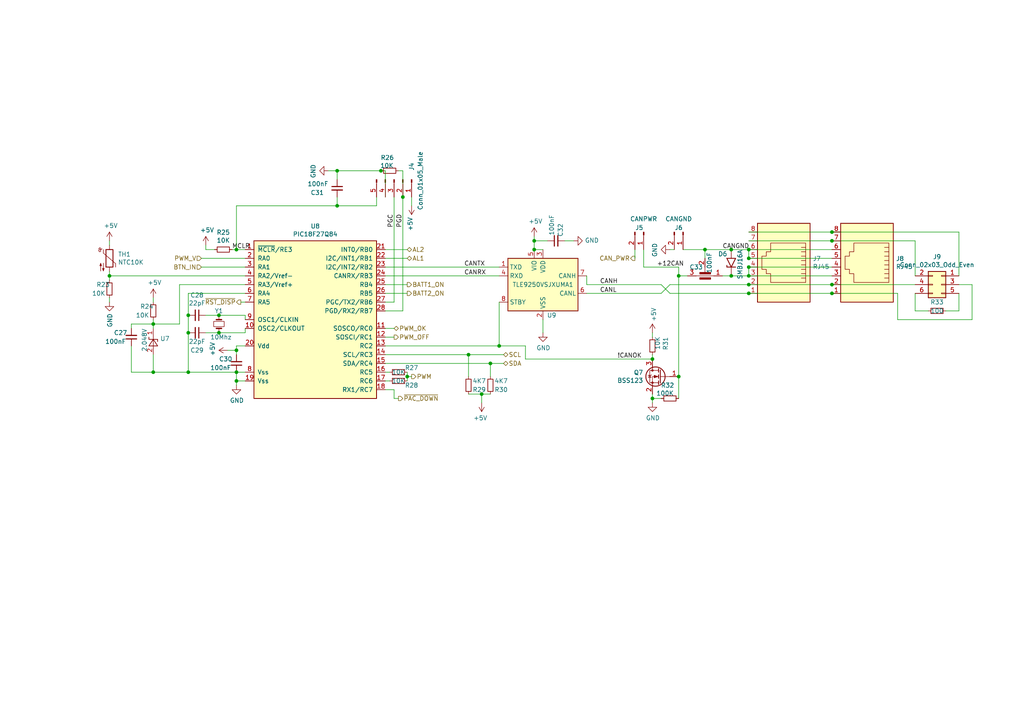
<source format=kicad_sch>
(kicad_sch (version 20211123) (generator eeschema)
  (paper "A4")
  (lib_symbols
    (symbol "Connector:Conn_01x02_Male" (pin_names (offset 1.016) hide)
      (property "Reference" "J" (at 0 2.54 0))
      (property "Value" "Conn_01x02_Male" (at 0 -5.08 0))
      (symbol "Conn_01x02_Male_1_1"
        (polyline (pts (xy 1.27 -2.54) (xy 0.8636 -2.54)) (stroke (width 0.1524)))
        (polyline (pts (xy 1.27 0) (xy 0.8636 0)) (stroke (width 0.1524)))
        (rectangle (start 0.8636 -2.413) (end 0 -2.667) (stroke (width 0.1524)) (fill (type outline)))
        (rectangle (start 0.8636 0.127) (end 0 -0.127) (stroke (width 0.1524)) (fill (type outline)))
        (pin passive line (at 5.08 0 180) (length 3.81) (name "Pin_1") (number "1"))
        (pin passive line (at 5.08 -2.54 180) (length 3.81) (name "Pin_2") (number "2"))
      )
    )
    (symbol "Connector:Conn_01x05_Male" (pin_names (offset 1.016) hide)
      (property "Reference" "J" (at 0 7.62 0))
      (property "Value" "Conn_01x05_Male" (at 0 -7.62 0))
      (symbol "Conn_01x05_Male_1_1"
        (polyline (pts (xy 1.27 -5.08) (xy 0.8636 -5.08)) (stroke (width 0.1524)))
        (polyline (pts (xy 1.27 -2.54) (xy 0.8636 -2.54)) (stroke (width 0.1524)))
        (polyline (pts (xy 1.27 0) (xy 0.8636 0)) (stroke (width 0.1524)))
        (polyline (pts (xy 1.27 2.54) (xy 0.8636 2.54)) (stroke (width 0.1524)))
        (polyline (pts (xy 1.27 5.08) (xy 0.8636 5.08)) (stroke (width 0.1524)))
        (rectangle (start 0.8636 -4.953) (end 0 -5.207) (stroke (width 0.1524)) (fill (type outline)))
        (rectangle (start 0.8636 -2.413) (end 0 -2.667) (stroke (width 0.1524)) (fill (type outline)))
        (rectangle (start 0.8636 0.127) (end 0 -0.127) (stroke (width 0.1524)) (fill (type outline)))
        (rectangle (start 0.8636 2.667) (end 0 2.413) (stroke (width 0.1524)) (fill (type outline)))
        (rectangle (start 0.8636 5.207) (end 0 4.953) (stroke (width 0.1524)) (fill (type outline)))
        (pin passive line (at 5.08 5.08 180) (length 3.81) (name "Pin_1") (number "1"))
        (pin passive line (at 5.08 2.54 180) (length 3.81) (name "Pin_2") (number "2"))
        (pin passive line (at 5.08 0 180) (length 3.81) (name "Pin_3") (number "3"))
        (pin passive line (at 5.08 -2.54 180) (length 3.81) (name "Pin_4") (number "4"))
        (pin passive line (at 5.08 -5.08 180) (length 3.81) (name "Pin_5") (number "5"))
      )
    )
    (symbol "Connector:RJ45" (pin_names (offset 1.016))
      (property "Reference" "J" (at -5.08 13.97 0))
      (property "Value" "RJ45" (at 2.54 13.97 0))
      (symbol "RJ45_0_1"
        (polyline (pts (xy -5.08 4.445) (xy -6.35 4.445)))
        (polyline (pts (xy -5.08 5.715) (xy -6.35 5.715)))
        (polyline (pts (xy -6.35 -3.175) (xy -5.08 -3.175) (xy -5.08 -3.175)))
        (polyline (pts (xy -6.35 -1.905) (xy -5.08 -1.905) (xy -5.08 -1.905)))
        (polyline (pts (xy -6.35 -0.635) (xy -5.08 -0.635) (xy -5.08 -0.635)))
        (polyline (pts (xy -6.35 0.635) (xy -5.08 0.635) (xy -5.08 0.635)))
        (polyline (pts (xy -6.35 1.905) (xy -5.08 1.905) (xy -5.08 1.905)))
        (polyline (pts (xy -5.08 3.175) (xy -6.35 3.175) (xy -6.35 3.175)))
        (polyline (pts (xy -6.35 -4.445) (xy -6.35 6.985) (xy 3.81 6.985) (xy 3.81 4.445) (xy 5.08 4.445) (xy 5.08 3.175) (xy 6.35 3.175) (xy 6.35 -0.635) (xy 5.08 -0.635) (xy 5.08 -1.905) (xy 3.81 -1.905) (xy 3.81 -4.445) (xy -6.35 -4.445) (xy -6.35 -4.445)))
        (rectangle (start 7.62 12.7) (end -7.62 -10.16) (stroke (width 0.254)) (fill (type background)))
      )
      (symbol "RJ45_1_1"
        (pin passive line (at 10.16 -7.62 180) (length 2.54) (name "~") (number "1"))
        (pin passive line (at 10.16 -5.08 180) (length 2.54) (name "~") (number "2"))
        (pin passive line (at 10.16 -2.54 180) (length 2.54) (name "~") (number "3"))
        (pin passive line (at 10.16 0 180) (length 2.54) (name "~") (number "4"))
        (pin passive line (at 10.16 2.54 180) (length 2.54) (name "~") (number "5"))
        (pin passive line (at 10.16 5.08 180) (length 2.54) (name "~") (number "6"))
        (pin passive line (at 10.16 7.62 180) (length 2.54) (name "~") (number "7"))
        (pin passive line (at 10.16 10.16 180) (length 2.54) (name "~") (number "8"))
      )
    )
    (symbol "Connector_Generic:Conn_02x03_Odd_Even" (pin_names (offset 1.016) hide)
      (property "Reference" "J" (at 1.27 5.08 0))
      (property "Value" "Conn_02x03_Odd_Even" (at 1.27 -5.08 0))
      (symbol "Conn_02x03_Odd_Even_1_1"
        (rectangle (start -1.27 -2.413) (end 0 -2.667) (stroke (width 0.1524)))
        (rectangle (start -1.27 0.127) (end 0 -0.127) (stroke (width 0.1524)))
        (rectangle (start -1.27 2.667) (end 0 2.413) (stroke (width 0.1524)))
        (rectangle (start -1.27 3.81) (end 3.81 -3.81) (stroke (width 0.254)) (fill (type background)))
        (rectangle (start 3.81 -2.413) (end 2.54 -2.667) (stroke (width 0.1524)))
        (rectangle (start 3.81 0.127) (end 2.54 -0.127) (stroke (width 0.1524)))
        (rectangle (start 3.81 2.667) (end 2.54 2.413) (stroke (width 0.1524)))
        (pin passive line (at -5.08 2.54 0) (length 3.81) (name "Pin_1") (number "1"))
        (pin passive line (at 7.62 2.54 180) (length 3.81) (name "Pin_2") (number "2"))
        (pin passive line (at -5.08 0 0) (length 3.81) (name "Pin_3") (number "3"))
        (pin passive line (at 7.62 0 180) (length 3.81) (name "Pin_4") (number "4"))
        (pin passive line (at -5.08 -2.54 0) (length 3.81) (name "Pin_5") (number "5"))
        (pin passive line (at 7.62 -2.54 180) (length 3.81) (name "Pin_6") (number "6"))
      )
    )
    (symbol "Device:C_Feedthrough" (pin_names (offset 0.254) hide)
      (property "Reference" "C" (at 0 7.62 0))
      (property "Value" "C_Feedthrough" (at 0 5.715 0))
      (symbol "C_Feedthrough_0_1"
        (rectangle (start -1.651 1.524) (end 1.524 2.032) (fill (type outline)))
        (polyline (pts (xy -2.54 2.54) (xy 2.54 2.54)))
        (polyline (pts (xy 0 0) (xy 0 1.778)))
        (rectangle (start 1.524 3.048) (end -1.651 3.556) (fill (type outline)))
      )
      (symbol "C_Feedthrough_1_1"
        (pin passive line (at -5.08 2.54 0) (length 2.54) (name "1") (number "1"))
        (pin passive line (at 0 -2.54 90) (length 2.54) (name "2") (number "2"))
        (pin passive line (at 5.08 2.54 180) (length 2.54) (name "3") (number "3"))
      )
    )
    (symbol "Device:C_Small" (pin_numbers hide) (pin_names (offset 0.254) hide)
      (property "Reference" "C" (at 0.254 1.778 0))
      (property "Value" "C_Small" (at 0.254 -2.032 0))
      (symbol "C_Small_0_1"
        (polyline (pts (xy -1.524 -0.508) (xy 1.524 -0.508)) (stroke (width 0.3302)))
        (polyline (pts (xy -1.524 0.508) (xy 1.524 0.508)) (stroke (width 0.3048)))
      )
      (symbol "C_Small_1_1"
        (pin passive line (at 0 2.54 270) (length 2.032) (name "~") (number "1"))
        (pin passive line (at 0 -2.54 90) (length 2.032) (name "~") (number "2"))
      )
    )
    (symbol "Device:Crystal_Small" (pin_numbers hide) (pin_names (offset 1.016) hide)
      (property "Reference" "Y" (at 0 2.54 0))
      (property "Value" "Crystal_Small" (at 0 -2.54 0))
      (symbol "Crystal_Small_0_1"
        (rectangle (start -0.762 -1.524) (end 0.762 1.524))
        (polyline (pts (xy -1.27 -0.762) (xy -1.27 0.762)) (stroke (width 0.381)))
        (polyline (pts (xy 1.27 -0.762) (xy 1.27 0.762)) (stroke (width 0.381)))
      )
      (symbol "Crystal_Small_1_1"
        (pin passive line (at -2.54 0 0) (length 1.27) (name "1") (number "1"))
        (pin passive line (at 2.54 0 180) (length 1.27) (name "2") (number "2"))
      )
    )
    (symbol "Device:Q_NMOS_GSD" (pin_names (offset 0) hide)
      (property "Reference" "Q" (at 5.08 1.27 0))
      (property "Value" "Q_NMOS_GSD" (at 5.08 -1.27 0))
      (symbol "Q_NMOS_GSD_0_1"
        (polyline (pts (xy 0.254 0) (xy -2.54 0)))
        (polyline (pts (xy 0.254 1.905) (xy 0.254 -1.905)) (stroke (width 0.254)))
        (polyline (pts (xy 0.762 -1.27) (xy 0.762 -2.286)) (stroke (width 0.254)))
        (polyline (pts (xy 0.762 0.508) (xy 0.762 -0.508)) (stroke (width 0.254)))
        (polyline (pts (xy 0.762 2.286) (xy 0.762 1.27)) (stroke (width 0.254)))
        (polyline (pts (xy 2.54 2.54) (xy 2.54 1.778)))
        (polyline (pts (xy 2.54 -2.54) (xy 2.54 0) (xy 0.762 0)))
        (polyline (pts (xy 0.762 -1.778) (xy 3.302 -1.778) (xy 3.302 1.778) (xy 0.762 1.778)))
        (polyline (pts (xy 1.016 0) (xy 2.032 0.381) (xy 2.032 -0.381) (xy 1.016 0)) (fill (type outline)))
        (polyline (pts (xy 2.794 0.508) (xy 2.921 0.381) (xy 3.683 0.381) (xy 3.81 0.254)))
        (polyline (pts (xy 3.302 0.381) (xy 2.921 -0.254) (xy 3.683 -0.254) (xy 3.302 0.381)))
        (circle (center 1.651 0) (radius 2.794) (stroke (width 0.254)))
        (circle (center 2.54 -1.778) (radius 0.254) (fill (type outline)))
        (circle (center 2.54 1.778) (radius 0.254) (fill (type outline)))
      )
      (symbol "Q_NMOS_GSD_1_1"
        (pin input line (at -5.08 0 0) (length 2.54) (name "G") (number "1"))
        (pin passive line (at 2.54 -5.08 90) (length 2.54) (name "S") (number "2"))
        (pin passive line (at 2.54 5.08 270) (length 2.54) (name "D") (number "3"))
      )
    )
    (symbol "Device:R_Small" (pin_numbers hide) (pin_names (offset 0.254) hide)
      (property "Reference" "R" (at 0.762 0.508 0))
      (property "Value" "R_Small" (at 0.762 -1.016 0))
      (symbol "R_Small_0_1"
        (rectangle (start -0.762 1.778) (end 0.762 -1.778) (stroke (width 0.2032)))
      )
      (symbol "R_Small_1_1"
        (pin passive line (at 0 2.54 270) (length 0.762) (name "~") (number "1"))
        (pin passive line (at 0 -2.54 90) (length 0.762) (name "~") (number "2"))
      )
    )
    (symbol "Device:Thermistor_NTC" (pin_numbers hide) (pin_names (offset 0))
      (property "Reference" "TH" (at -4.445 0 90))
      (property "Value" "Thermistor_NTC" (at 3.175 0 90))
      (symbol "Thermistor_NTC_0_1"
        (arc (start -3.048 2.159) (mid -3.0495 2.3143) (end -3.175 2.413))
        (arc (start -3.048 2.159) (mid -2.9736 1.9794) (end -2.794 1.905))
        (arc (start -3.048 2.794) (mid -2.9736 2.6144) (end -2.794 2.54))
        (arc (start -2.794 1.905) (mid -2.6144 1.9794) (end -2.54 2.159))
        (arc (start -2.794 2.54) (mid -2.4393 2.5587) (end -2.159 2.794))
        (arc (start -2.794 3.048) (mid -2.9736 2.9736) (end -3.048 2.794))
        (arc (start -2.54 2.794) (mid -2.6144 2.9736) (end -2.794 3.048))
        (rectangle (start -1.016 2.54) (end 1.016 -2.54) (stroke (width 0.254)))
        (polyline (pts (xy -2.54 2.159) (xy -2.54 2.794)))
        (polyline (pts (xy -1.778 2.54) (xy -1.778 1.524) (xy 1.778 -1.524) (xy 1.778 -2.54)))
        (polyline (pts (xy -2.54 -3.683) (xy -2.54 -1.397) (xy -2.794 -2.159) (xy -2.286 -2.159) (xy -2.54 -1.397) (xy -2.54 -1.651)) (fill (type outline)))
        (polyline (pts (xy -1.778 -1.397) (xy -1.778 -3.683) (xy -2.032 -2.921) (xy -1.524 -2.921) (xy -1.778 -3.683) (xy -1.778 -3.429)) (fill (type outline)))
      )
      (symbol "Thermistor_NTC_1_1"
        (pin passive line (at 0 3.81 270) (length 1.27) (name "~") (number "1"))
        (pin passive line (at 0 -3.81 90) (length 1.27) (name "~") (number "2"))
      )
    )
    (symbol "Diode:1.5KExxA" (pin_numbers hide) (pin_names (offset 1.016) hide)
      (property "Reference" "D" (at 0 2.54 0))
      (property "Value" "1.5KExxA" (at 0 -2.54 0))
      (symbol "1.5KExxA_0_1"
        (polyline (pts (xy -0.762 1.27) (xy -1.27 1.27) (xy -1.27 -1.27)) (stroke (width 0.254)))
        (polyline (pts (xy 1.27 1.27) (xy 1.27 -1.27) (xy -1.27 0) (xy 1.27 1.27)) (stroke (width 0.254)))
      )
      (symbol "1.5KExxA_1_1"
        (pin passive line (at -3.81 0 0) (length 2.54) (name "A1") (number "1"))
        (pin passive line (at 3.81 0 180) (length 2.54) (name "A2") (number "2"))
      )
    )
    (symbol "Interface_CAN_LIN:MCP2542FDxMF"
      (property "Reference" "U" (at -10.16 8.89 0))
      (property "Value" "MCP2542FDxMF" (at 2.54 8.89 0))
      (symbol "MCP2542FDxMF_0_1"
        (rectangle (start -10.16 7.62) (end 10.16 -7.62) (stroke (width 0.254)) (fill (type background)))
      )
      (symbol "MCP2542FDxMF_1_1"
        (pin input line (at -12.7 5.08 0) (length 2.54) (name "TXD") (number "1"))
        (pin power_in line (at 0 -10.16 90) (length 2.54) (name "VSS") (number "2"))
        (pin power_in line (at 0 10.16 270) (length 2.54) (name "VDD") (number "3"))
        (pin output line (at -12.7 2.54 0) (length 2.54) (name "RXD") (number "4"))
        (pin power_in line (at -2.54 10.16 270) (length 2.54) (name "VIO") (number "5"))
        (pin bidirectional line (at 12.7 -2.54 180) (length 2.54) (name "CANL") (number "6"))
        (pin bidirectional line (at 12.7 2.54 180) (length 2.54) (name "CANH") (number "7"))
        (pin input line (at -12.7 -5.08 0) (length 2.54) (name "STBY") (number "8"))
        (pin passive line (at 0 -10.16 90) (length 2.54) hide (name "VSS") (number "9"))
      )
    )
    (symbol "Reference_Voltage:LM4040DBZ-2.0" (pin_names (offset 0.0254) hide)
      (property "Reference" "U" (at 0 2.54 0))
      (property "Value" "LM4040DBZ-2.0" (at 0 -3.175 0))
      (symbol "LM4040DBZ-2.0_0_1"
        (polyline (pts (xy -1.27 0) (xy 0 0) (xy 1.27 0)))
        (polyline (pts (xy -1.27 -1.27) (xy 0.635 0) (xy -1.27 1.27) (xy -1.27 -1.27)) (stroke (width 0.2032)))
        (polyline (pts (xy 0 -1.27) (xy 0.635 -1.27) (xy 0.635 1.27) (xy 1.27 1.27)) (stroke (width 0.2032)))
      )
      (symbol "LM4040DBZ-2.0_1_1"
        (pin passive line (at 3.81 0 180) (length 2.54) (name "K") (number "1"))
        (pin passive line (at -3.81 0 0) (length 2.54) (name "A") (number "2"))
      )
    )
    (symbol "microchip-local:PIC18F27Q84" (pin_names (offset 1.016))
      (property "Reference" "U" (at -17.78 24.13 0))
      (property "Value" "PIC18F27Q84" (at 17.78 24.13 0))
      (symbol "PIC18F27Q84_0_1"
        (rectangle (start -17.78 22.86) (end 17.78 -22.86) (stroke (width 0.254)) (fill (type background)))
      )
      (symbol "PIC18F27Q84_1_1"
        (pin bidirectional line (at -20.32 20.32 0) (length 2.54) (name "~{MCLR}/RE3") (number "1"))
        (pin input line (at -20.32 -2.54 0) (length 2.54) (name "OSC2/CLKOUT") (number "10"))
        (pin bidirectional line (at 20.32 -2.54 180) (length 2.54) (name "SOSCO/RC0") (number "11"))
        (pin bidirectional line (at 20.32 -5.08 180) (length 2.54) (name "SOSCI/RC1") (number "12"))
        (pin bidirectional line (at 20.32 -7.62 180) (length 2.54) (name "RC2") (number "13"))
        (pin bidirectional line (at 20.32 -10.16 180) (length 2.54) (name "SCL/RC3") (number "14"))
        (pin bidirectional line (at 20.32 -12.7 180) (length 2.54) (name "SDA/RC4") (number "15"))
        (pin bidirectional line (at 20.32 -15.24 180) (length 2.54) (name "RC5") (number "16"))
        (pin bidirectional line (at 20.32 -17.78 180) (length 2.54) (name "RC6") (number "17"))
        (pin bidirectional line (at 20.32 -20.32 180) (length 2.54) (name "RX1/RC7") (number "18"))
        (pin power_in line (at -20.32 -17.78 0) (length 2.54) (name "Vss") (number "19"))
        (pin bidirectional line (at -20.32 17.78 0) (length 2.54) (name "RA0") (number "2"))
        (pin power_in line (at -20.32 -7.62 0) (length 2.54) (name "Vdd") (number "20"))
        (pin bidirectional line (at 20.32 20.32 180) (length 2.54) (name "INT0/RB0") (number "21"))
        (pin bidirectional line (at 20.32 17.78 180) (length 2.54) (name "I2C/INT1/RB1") (number "22"))
        (pin bidirectional line (at 20.32 15.24 180) (length 2.54) (name "I2C/INT2/RB2") (number "23"))
        (pin bidirectional line (at 20.32 12.7 180) (length 2.54) (name "CANRX/RB3") (number "24"))
        (pin bidirectional line (at 20.32 10.16 180) (length 2.54) (name "RB4") (number "25"))
        (pin bidirectional line (at 20.32 7.62 180) (length 2.54) (name "RB5") (number "26"))
        (pin bidirectional line (at 20.32 5.08 180) (length 2.54) (name "PGC/TX2/RB6") (number "27"))
        (pin bidirectional line (at 20.32 2.54 180) (length 2.54) (name "PGD/RX2/RB7") (number "28"))
        (pin bidirectional line (at -20.32 15.24 0) (length 2.54) (name "RA1") (number "3"))
        (pin bidirectional line (at -20.32 12.7 0) (length 2.54) (name "RA2/Vref-") (number "4"))
        (pin bidirectional line (at -20.32 10.16 0) (length 2.54) (name "RA3/Vref+") (number "5"))
        (pin bidirectional line (at -20.32 7.62 0) (length 2.54) (name "RA4") (number "6"))
        (pin bidirectional line (at -20.32 5.08 0) (length 2.54) (name "RA5") (number "7"))
        (pin power_in line (at -20.32 -15.24 0) (length 2.54) (name "Vss") (number "8"))
        (pin input line (at -20.32 0 0) (length 2.54) (name "OSC1/CLKIN") (number "9"))
      )
    )
    (symbol "power:+5V" (power) (pin_names (offset 0))
      (property "Value" "+5V" (at 0 3.556 0))
      (symbol "+5V_0_1"
        (polyline (pts (xy -0.762 1.27) (xy 0 2.54)))
        (polyline (pts (xy 0 0) (xy 0 2.54)))
        (polyline (pts (xy 0 2.54) (xy 0.762 1.27)))
      )
      (symbol "+5V_1_1"
        (pin power_in line (at 0 0 90) (length 0) hide (name "+5V") (number "1"))
      )
    )
    (symbol "power:GND" (power) (pin_names (offset 0))
      (property "Value" "GND" (at 0 -3.81 0))
      (symbol "GND_0_1"
        (polyline (pts (xy 0 0) (xy 0 -1.27) (xy 1.27 -1.27) (xy 0 -2.54) (xy -1.27 -1.27) (xy 0 -1.27)))
      )
      (symbol "GND_1_1"
        (pin power_in line (at 0 0 270) (length 0) hide (name "GND") (number "1"))
      )
    )
  )
  (junction (at 97.79 59.69))
  (junction (at 144.78 100.33))
  (junction (at 54.61 91.44))
  (junction (at 189.23 115.57))
  (junction (at 241.3 82.55))
  (junction (at 212.09 72.39))
  (junction (at 217.17 77.47))
  (junction (at 212.09 80.01))
  (junction (at 204.47 72.39))
  (junction (at 196.85 80.01))
  (junction (at 217.17 85.09))
  (junction (at 241.3 67.31))
  (junction (at 196.85 109.22))
  (junction (at 54.61 107.95))
  (junction (at 68.58 110.49))
  (junction (at 54.61 96.52))
  (junction (at 68.58 72.39))
  (junction (at 217.17 74.93))
  (junction (at 142.24 105.41))
  (junction (at 154.94 69.85))
  (junction (at 63.5 96.52))
  (junction (at 139.7 114.3))
  (junction (at 118.11 109.22))
  (junction (at 189.23 104.14))
  (junction (at 217.17 80.01))
  (junction (at 217.17 82.55))
  (junction (at 135.89 102.87))
  (junction (at 241.3 85.09))
  (junction (at 44.45 93.98))
  (junction (at 217.17 72.39))
  (junction (at 31.75 80.01))
  (junction (at 68.58 101.6))
  (junction (at 97.79 49.53))
  (junction (at 63.5 91.44))
  (junction (at 44.45 107.95))
  (junction (at 241.3 69.85))
  (junction (at 154.94 72.39))
  (junction (at 116.84 57.15))
  (junction (at 110.49 49.53))
  (junction (at 68.58 107.95))
  (wire (pts (xy 111.76 110.49) (xy 113.03 110.49)))
  (wire (pts (xy 111.76 77.47) (xy 144.78 77.47)))
  (wire (pts (xy 191.77 82.55) (xy 170.18 82.55)))
  (wire (pts (xy 118.11 109.22) (xy 119.38 109.22)))
  (wire (pts (xy 186.69 72.39) (xy 186.69 77.47)))
  (wire (pts (xy 217.17 67.31) (xy 241.3 67.31)))
  (wire (pts (xy 63.5 96.52) (xy 59.69 96.52)))
  (wire (pts (xy 71.12 95.25) (xy 71.12 96.52)))
  (wire (pts (xy 281.94 92.71) (xy 281.94 82.55)))
  (wire (pts (xy 278.13 90.17) (xy 274.32 90.17)))
  (wire (pts (xy 111.76 105.41) (xy 142.24 105.41)))
  (wire (pts (xy 44.45 92.71) (xy 44.45 93.98)))
  (wire (pts (xy 217.17 77.47) (xy 241.3 77.47)))
  (wire (pts (xy 154.94 68.58) (xy 154.94 69.85)))
  (wire (pts (xy 118.11 109.22) (xy 118.11 110.49)))
  (wire (pts (xy 278.13 67.31) (xy 278.13 80.01)))
  (wire (pts (xy 44.45 107.95) (xy 38.1 107.95)))
  (wire (pts (xy 241.3 82.55) (xy 265.43 82.55)))
  (wire (pts (xy 38.1 93.98) (xy 38.1 95.25)))
  (wire (pts (xy 191.77 115.57) (xy 189.23 115.57)))
  (wire (pts (xy 111.76 74.93) (xy 118.11 74.93)))
  (wire (pts (xy 68.58 101.6) (xy 68.58 102.87)))
  (wire (pts (xy 217.17 80.01) (xy 217.17 77.47)))
  (wire (pts (xy 146.05 102.87) (xy 135.89 102.87)))
  (wire (pts (xy 196.85 80.01) (xy 196.85 109.22)))
  (wire (pts (xy 265.43 90.17) (xy 269.24 90.17)))
  (wire (pts (xy 241.3 80.01) (xy 217.17 80.01)))
  (wire (pts (xy 198.12 72.39) (xy 204.47 72.39)))
  (wire (pts (xy 196.85 109.22) (xy 196.85 115.57)))
  (wire (pts (xy 142.24 105.41) (xy 146.05 105.41)))
  (wire (pts (xy 71.12 100.33) (xy 68.58 100.33)))
  (wire (pts (xy 44.45 93.98) (xy 38.1 93.98)))
  (wire (pts (xy 63.5 91.44) (xy 71.12 91.44)))
  (wire (pts (xy 110.49 49.53) (xy 111.76 49.53)))
  (wire (pts (xy 196.85 80.01) (xy 199.39 80.01)))
  (wire (pts (xy 114.3 113.03) (xy 114.3 115.57)))
  (wire (pts (xy 152.4 100.33) (xy 144.78 100.33)))
  (wire (pts (xy 265.43 69.85) (xy 241.3 69.85)))
  (wire (pts (xy 31.75 87.63) (xy 31.75 86.36)))
  (wire (pts (xy 68.58 100.33) (xy 68.58 101.6)))
  (wire (pts (xy 111.76 49.53) (xy 111.76 57.15)))
  (wire (pts (xy 31.75 80.01) (xy 71.12 80.01)))
  (wire (pts (xy 71.12 74.93) (xy 58.42 74.93)))
  (wire (pts (xy 54.61 85.09) (xy 71.12 85.09)))
  (wire (pts (xy 142.24 109.22) (xy 142.24 105.41)))
  (wire (pts (xy 111.76 87.63) (xy 114.3 87.63)))
  (wire (pts (xy 71.12 110.49) (xy 68.58 110.49)))
  (wire (pts (xy 204.47 72.39) (xy 212.09 72.39)))
  (wire (pts (xy 194.31 82.55) (xy 191.77 85.09)))
  (wire (pts (xy 111.76 95.25) (xy 114.3 95.25)))
  (wire (pts (xy 118.11 107.95) (xy 118.11 109.22)))
  (wire (pts (xy 44.45 102.87) (xy 44.45 107.95)))
  (wire (pts (xy 241.3 74.93) (xy 217.17 74.93)))
  (wire (pts (xy 154.94 72.39) (xy 157.48 72.39)))
  (wire (pts (xy 97.79 59.69) (xy 68.58 59.69)))
  (wire (pts (xy 135.89 102.87) (xy 111.76 102.87)))
  (wire (pts (xy 111.76 97.79) (xy 114.3 97.79)))
  (wire (pts (xy 204.47 72.39) (xy 204.47 74.93)))
  (wire (pts (xy 44.45 93.98) (xy 52.07 93.98)))
  (wire (pts (xy 111.76 82.55) (xy 118.11 82.55)))
  (wire (pts (xy 111.76 80.01) (xy 144.78 80.01)))
  (wire (pts (xy 152.4 104.14) (xy 152.4 100.33)))
  (wire (pts (xy 241.3 69.85) (xy 217.17 69.85)))
  (wire (pts (xy 260.35 85.09) (xy 260.35 92.71)))
  (wire (pts (xy 68.58 101.6) (xy 66.04 101.6)))
  (wire (pts (xy 163.83 69.85) (xy 166.37 69.85)))
  (wire (pts (xy 31.75 81.28) (xy 31.75 80.01)))
  (wire (pts (xy 144.78 100.33) (xy 111.76 100.33)))
  (wire (pts (xy 54.61 107.95) (xy 54.61 96.52)))
  (wire (pts (xy 54.61 107.95) (xy 68.58 107.95)))
  (wire (pts (xy 119.38 59.69) (xy 119.38 57.15)))
  (wire (pts (xy 260.35 92.71) (xy 281.94 92.71)))
  (wire (pts (xy 217.17 72.39) (xy 217.17 74.93)))
  (wire (pts (xy 265.43 85.09) (xy 265.43 90.17)))
  (wire (pts (xy 191.77 85.09) (xy 170.18 85.09)))
  (wire (pts (xy 59.69 91.44) (xy 63.5 91.44)))
  (wire (pts (xy 71.12 91.44) (xy 71.12 92.71)))
  (wire (pts (xy 184.15 72.39) (xy 184.15 74.93)))
  (wire (pts (xy 116.84 57.15) (xy 116.84 90.17)))
  (wire (pts (xy 111.76 85.09) (xy 118.11 85.09)))
  (wire (pts (xy 114.3 115.57) (xy 115.57 115.57)))
  (wire (pts (xy 62.23 72.39) (xy 59.69 72.39)))
  (wire (pts (xy 144.78 87.63) (xy 144.78 100.33)))
  (wire (pts (xy 196.85 77.47) (xy 196.85 80.01)))
  (wire (pts (xy 116.84 49.53) (xy 116.84 57.15)))
  (wire (pts (xy 217.17 72.39) (xy 241.3 72.39)))
  (wire (pts (xy 52.07 82.55) (xy 71.12 82.55)))
  (wire (pts (xy 58.42 77.47) (xy 71.12 77.47)))
  (wire (pts (xy 31.75 80.01) (xy 31.75 78.74)))
  (wire (pts (xy 189.23 116.84) (xy 189.23 115.57)))
  (wire (pts (xy 68.58 72.39) (xy 68.58 59.69)))
  (wire (pts (xy 194.31 85.09) (xy 191.77 82.55)))
  (wire (pts (xy 194.31 82.55) (xy 217.17 82.55)))
  (wire (pts (xy 241.3 85.09) (xy 217.17 85.09)))
  (wire (pts (xy 115.57 49.53) (xy 116.84 49.53)))
  (wire (pts (xy 114.3 113.03) (xy 111.76 113.03)))
  (wire (pts (xy 44.45 93.98) (xy 44.45 95.25)))
  (wire (pts (xy 139.7 114.3) (xy 135.89 114.3)))
  (wire (pts (xy 217.17 80.01) (xy 212.09 80.01)))
  (wire (pts (xy 71.12 72.39) (xy 68.58 72.39)))
  (wire (pts (xy 68.58 72.39) (xy 67.31 72.39)))
  (wire (pts (xy 68.58 111.76) (xy 68.58 110.49)))
  (wire (pts (xy 170.18 82.55) (xy 170.18 80.01)))
  (wire (pts (xy 194.31 72.39) (xy 195.58 72.39)))
  (wire (pts (xy 31.75 71.12) (xy 31.75 69.85)))
  (wire (pts (xy 111.76 90.17) (xy 116.84 90.17)))
  (wire (pts (xy 71.12 96.52) (xy 63.5 96.52)))
  (wire (pts (xy 189.23 97.79) (xy 189.23 96.52)))
  (wire (pts (xy 189.23 115.57) (xy 189.23 114.3)))
  (wire (pts (xy 241.3 67.31) (xy 278.13 67.31)))
  (wire (pts (xy 59.69 72.39) (xy 59.69 71.12)))
  (wire (pts (xy 142.24 114.3) (xy 139.7 114.3)))
  (wire (pts (xy 97.79 57.15) (xy 97.79 59.69)))
  (wire (pts (xy 54.61 85.09) (xy 54.61 91.44)))
  (wire (pts (xy 69.85 87.63) (xy 71.12 87.63)))
  (wire (pts (xy 212.09 72.39) (xy 217.17 72.39)))
  (wire (pts (xy 281.94 82.55) (xy 278.13 82.55)))
  (wire (pts (xy 97.79 52.07) (xy 97.79 49.53)))
  (wire (pts (xy 109.22 57.15) (xy 109.22 59.69)))
  (wire (pts (xy 111.76 107.95) (xy 113.03 107.95)))
  (wire (pts (xy 97.79 49.53) (xy 110.49 49.53)))
  (wire (pts (xy 189.23 104.14) (xy 189.23 102.87)))
  (wire (pts (xy 217.17 82.55) (xy 241.3 82.55)))
  (wire (pts (xy 52.07 93.98) (xy 52.07 82.55)))
  (wire (pts (xy 44.45 86.36) (xy 44.45 87.63)))
  (wire (pts (xy 139.7 116.84) (xy 139.7 114.3)))
  (wire (pts (xy 152.4 104.14) (xy 189.23 104.14)))
  (wire (pts (xy 154.94 69.85) (xy 154.94 72.39)))
  (wire (pts (xy 97.79 59.69) (xy 109.22 59.69)))
  (wire (pts (xy 68.58 110.49) (xy 68.58 107.95)))
  (wire (pts (xy 54.61 91.44) (xy 54.61 96.52)))
  (wire (pts (xy 135.89 109.22) (xy 135.89 102.87)))
  (wire (pts (xy 38.1 107.95) (xy 38.1 100.33)))
  (wire (pts (xy 95.25 49.53) (xy 97.79 49.53)))
  (wire (pts (xy 71.12 107.95) (xy 68.58 107.95)))
  (wire (pts (xy 209.55 80.01) (xy 212.09 80.01)))
  (wire (pts (xy 194.31 85.09) (xy 217.17 85.09)))
  (wire (pts (xy 241.3 85.09) (xy 260.35 85.09)))
  (wire (pts (xy 186.69 77.47) (xy 196.85 77.47)))
  (wire (pts (xy 278.13 85.09) (xy 278.13 90.17)))
  (wire (pts (xy 265.43 80.01) (xy 265.43 69.85)))
  (wire (pts (xy 157.48 92.71) (xy 157.48 96.52)))
  (wire (pts (xy 114.3 57.15) (xy 114.3 87.63)))
  (wire (pts (xy 44.45 107.95) (xy 54.61 107.95)))
  (wire (pts (xy 158.75 69.85) (xy 154.94 69.85)))
  (wire (pts (xy 111.76 72.39) (xy 118.11 72.39)))
  (label "CANTX" (at 134.62 77.47 0))
  (label "MCLR" (at 67.31 72.39 0))
  (label "CANL" (at 173.99 85.09 0))
  (label "+12CAN" (at 190.5 77.47 0))
  (label "PGC" (at 114.3 66.04 90))
  (label "CANH" (at 173.99 82.55 0))
  (label "PGD" (at 116.84 66.04 90))
  (label "!CANOK" (at 179.07 104.14 0))
  (label "CANGND" (at 209.55 72.39 0))
  (label "CANRX" (at 134.62 80.01 0))
  (hierarchical_label "PWM_OFF" (shape output) (at 114.3 97.79 0))
  (hierarchical_label "PWM" (shape output) (at 119.38 109.22 0))
  (hierarchical_label "PWM_OK" (shape bidirectional) (at 114.3 95.25 0))
  (hierarchical_label "~{RST_DISP}" (shape output) (at 69.85 87.63 180))
  (hierarchical_label "SDA" (shape bidirectional) (at 146.05 105.41 0))
  (hierarchical_label "AL2" (shape bidirectional) (at 118.11 72.39 0))
  (hierarchical_label "BTN_IN" (shape input) (at 58.42 77.47 180))
  (hierarchical_label "PWM_V" (shape input) (at 58.42 74.93 180))
  (hierarchical_label "SCL" (shape bidirectional) (at 146.05 102.87 0))
  (hierarchical_label "BATT2_ON" (shape output) (at 118.11 85.09 0))
  (hierarchical_label "CAN_PWR" (shape output) (at 184.15 74.93 180))
  (hierarchical_label "AL1" (shape bidirectional) (at 118.11 74.93 0))
  (hierarchical_label "BATT1_ON" (shape output) (at 118.11 82.55 0))
  (hierarchical_label "~{PAC_DOWN}" (shape output) (at 115.57 115.57 0))
  (symbol (lib_id "Device:Q_NMOS_GSD") (at 191.77 109.22 0) (mirror y) (unit 1)
    (property "Reference" "Q7" (at 186.563 108.0516 0) (effects (justify left)))
    (property "Value" "BSS123" (at 186.563 110.363 0) (effects (justify left)))
    (property "Footprint" "Package_TO_SOT_SMD:SOT-23" (effects hide))
    (property "P/N" "BSS123 (stock)" (effects hide))
  )
  (symbol (lib_id "power:GND") (at 194.31 72.39 270) (unit 1)
    (property "Reference" "#PWR038" (effects hide))
    (property "Value" "GND" (at 189.9158 72.517 0))
  )
  (symbol (lib_id "Device:C_Small") (at 68.58 105.41 180) (unit 1)
    (property "Reference" "C30" (at 63.5 104.14 0) (effects (justify right)))
    (property "Value" "100nF" (at 60.96 106.68 0) (effects (justify right)))
    (property "Footprint" "Capacitor_SMD:C_0805_2012Metric_Pad1.18x1.45mm_HandSolder" (effects hide))
  )
  (symbol (lib_id "Device:R_Small") (at 113.03 49.53 270) (unit 1)
    (property "Reference" "R26" (at 114.3 45.72 90) (effects (justify right)))
    (property "Value" "10K" (at 114.173 48.0314 90) (effects (justify right)))
    (property "Footprint" "Resistor_SMD:R_0805_2012Metric_Pad1.20x1.40mm_HandSolder" (effects hide))
  )
  (symbol (lib_id "Connector:Conn_01x02_Male") (at 198.12 67.31 270) (unit 1)
    (property "Reference" "J6" (at 196.85 66.04 90))
    (property "Value" "CANGND" (at 196.85 63.5 90))
    (property "Footprint" "Connector_PinHeader_2.54mm:PinHeader_1x02_P2.54mm_Vertical" (effects hide))
  )
  (symbol (lib_id "Device:C_Feedthrough") (at 204.47 77.47 180) (unit 1)
    (property "Reference" "C33" (at 201.93 77.47 0))
    (property "Value" "100nF" (at 205.74 76.2 90))
    (property "Footprint" "local:C_filter_0805" (effects hide))
    (property "P/N" "NFM21PC104R1E3D" (effects hide))
  )
  (symbol (lib_id "power:+5V") (at 119.38 59.69 180) (unit 1)
    (property "Reference" "#PWR031" (effects hide))
    (property "Value" "+5V" (at 118.999 62.9412 90) (effects (justify left)))
  )
  (symbol (lib_id "Device:Crystal_Small") (at 63.5 93.98 270) (unit 1)
    (property "Reference" "Y1" (at 62.23 90.17 90) (effects (justify left)))
    (property "Value" "10Mhz" (at 60.96 97.79 90) (effects (justify left)))
    (property "Footprint" "Crystal:Crystal_HC18-U_Vertical" (effects hide))
  )
  (symbol (lib_id "power:GND") (at 31.75 87.63 0) (unit 1)
    (property "Reference" "#PWR025" (effects hide))
    (property "Value" "GND" (at 31.877 90.8812 90) (effects (justify right)))
  )
  (symbol (lib_id "Connector:Conn_01x05_Male") (at 114.3 52.07 270) (unit 1)
    (property "Reference" "J4" (at 119.38 49.53 0) (effects (justify right)))
    (property "Value" "Conn_01x05_Male" (at 121.92 60.96 0) (effects (justify right)))
    (property "Footprint" "Connector_PinHeader_2.54mm:PinHeader_1x05_P2.54mm_Vertical" (effects hide))
  )
  (symbol (lib_id "power:+5V") (at 189.23 96.52 0) (unit 1)
    (property "Reference" "#PWR036" (effects hide))
    (property "Value" "+5V" (at 189.611 93.2688 90) (effects (justify left)))
  )
  (symbol (lib_id "Device:C_Small") (at 97.79 54.61 0) (unit 1)
    (property "Reference" "C31" (at 93.98 55.88 0) (effects (justify right)))
    (property "Value" "100nF" (at 95.25 53.34 0) (effects (justify right)))
    (property "Footprint" "Capacitor_SMD:C_0805_2012Metric_Pad1.18x1.45mm_HandSolder" (effects hide))
  )
  (symbol (lib_id "microchip-local:PIC18F27Q84") (at 91.44 92.71 0) (unit 1)
    (property "Reference" "U8" (at 91.44 65.6082 0))
    (property "Value" "PIC18F27Q84" (at 91.44 67.9196 0))
    (property "Footprint" "Package_SO:SOIC-28W_7.5x17.9mm_P1.27mm" (effects hide))
    (property "Datasheet" "http://ww1.microchip.com/downloads/en/DeviceDoc/39977f.pdf" (effects hide))
  )
  (symbol (lib_id "Device:C_Small") (at 38.1 97.79 180) (unit 1)
    (property "Reference" "C27" (at 33.02 96.52 0) (effects (justify right)))
    (property "Value" "100nF" (at 30.48 99.06 0) (effects (justify right)))
    (property "Footprint" "Capacitor_SMD:C_0805_2012Metric_Pad1.18x1.45mm_HandSolder" (effects hide))
  )
  (symbol (lib_id "Device:C_Small") (at 161.29 69.85 90) (unit 1)
    (property "Reference" "C32" (at 162.56 64.77 0) (effects (justify right)))
    (property "Value" "100nF" (at 160.02 62.23 0) (effects (justify right)))
    (property "Footprint" "Capacitor_SMD:C_0805_2012Metric_Pad1.18x1.45mm_HandSolder" (effects hide))
  )
  (symbol (lib_id "power:GND") (at 95.25 49.53 270) (unit 1)
    (property "Reference" "#PWR030" (effects hide))
    (property "Value" "GND" (at 90.8558 49.657 0))
  )
  (symbol (lib_id "power:GND") (at 157.48 96.52 0) (unit 1)
    (property "Reference" "#PWR034" (effects hide))
    (property "Value" "GND" (at 157.607 100.9142 0))
  )
  (symbol (lib_id "Device:R_Small") (at 194.31 115.57 270) (unit 1)
    (property "Reference" "R32" (at 195.58 111.76 90) (effects (justify right)))
    (property "Value" "100K" (at 195.453 114.0714 90) (effects (justify right)))
    (property "Footprint" "Resistor_SMD:R_0805_2012Metric_Pad1.20x1.40mm_HandSolder" (effects hide))
  )
  (symbol (lib_id "Device:R_Small") (at 64.77 72.39 270) (unit 1)
    (property "Reference" "R25" (at 64.77 67.4116 90))
    (property "Value" "10K" (at 64.77 69.723 90))
    (property "Footprint" "Resistor_SMD:R_0805_2012Metric_Pad1.20x1.40mm_HandSolder" (effects hide))
  )
  (symbol (lib_id "Connector:Conn_01x02_Male") (at 186.69 67.31 270) (unit 1)
    (property "Reference" "J5" (at 185.42 66.04 90))
    (property "Value" "CANPWR" (at 186.69 63.5 90))
    (property "Footprint" "Connector_PinHeader_2.54mm:PinHeader_1x02_P2.54mm_Vertical" (effects hide))
  )
  (symbol (lib_id "Device:R_Small") (at 115.57 110.49 270) (unit 1)
    (property "Reference" "R28" (at 119.38 111.76 90))
    (property "Value" "10K" (at 115.57 110.49 90))
    (property "Footprint" "Resistor_SMD:R_0805_2012Metric_Pad1.20x1.40mm_HandSolder" (effects hide))
  )
  (symbol (lib_id "power:+5V") (at 59.69 71.12 0) (unit 1)
    (property "Reference" "#PWR027" (effects hide))
    (property "Value" "+5V" (at 60.071 66.7258 0))
  )
  (symbol (lib_id "Interface_CAN_LIN:MCP2542FDxMF") (at 157.48 82.55 0) (unit 1)
    (property "Reference" "U9" (at 160.02 91.44 0))
    (property "Value" "TLE9250VSJXUMA1" (at 157.48 82.55 0))
    (property "Footprint" "Package_SO:SOIC-8_3.9x4.9mm_P1.27mm" (effects hide))
  )
  (symbol (lib_id "Device:R_Small") (at 44.45 90.17 180) (unit 1)
    (property "Reference" "R24" (at 40.64 88.9 0) (effects (justify right)))
    (property "Value" "10K" (at 39.37 91.44 0) (effects (justify right)))
    (property "Footprint" "Resistor_SMD:R_0805_2012Metric_Pad1.20x1.40mm_HandSolder" (effects hide))
  )
  (symbol (lib_id "Connector_Generic:Conn_02x03_Odd_Even") (at 273.05 82.55 0) (mirror y) (unit 1)
    (property "Reference" "J9" (at 271.78 74.4982 0))
    (property "Value" "Conn_02x03_Odd_Even" (at 271.78 76.8096 0))
    (property "Footprint" "Connector_PinHeader_2.54mm:PinHeader_2x03_P2.54mm_Vertical" (effects hide))
  )
  (symbol (lib_id "Device:R_Small") (at 135.89 111.76 0) (unit 1)
    (property "Reference" "R29" (at 140.97 113.03 0) (effects (justify right)))
    (property "Value" "4K7" (at 140.97 110.49 0) (effects (justify right)))
    (property "Footprint" "Resistor_SMD:R_0805_2012Metric_Pad1.20x1.40mm_HandSolder" (effects hide))
  )
  (symbol (lib_id "power:GND") (at 68.58 111.76 0) (unit 1)
    (property "Reference" "#PWR029" (effects hide))
    (property "Value" "GND" (at 68.707 116.1542 0))
  )
  (symbol (lib_id "Connector:RJ45") (at 251.46 77.47 0) (mirror y) (unit 1)
    (property "Reference" "J8" (at 259.842 75.0316 0) (effects (justify right)))
    (property "Value" "RJ45" (at 259.842 77.343 0) (effects (justify right)))
    (property "Footprint" "Connector_RJ:RJ45_Amphenol_54602-x08_Horizontal" (effects hide))
    (property "P/N" "54601-908WPLF" (effects hide))
  )
  (symbol (lib_id "power:+5V") (at 31.75 69.85 0) (unit 1)
    (property "Reference" "#PWR024" (effects hide))
    (property "Value" "+5V" (at 32.131 65.4558 0))
  )
  (symbol (lib_id "power:GND") (at 189.23 116.84 0) (unit 1)
    (property "Reference" "#PWR037" (effects hide))
    (property "Value" "GND" (at 189.357 121.2342 0))
  )
  (symbol (lib_id "Device:C_Small") (at 57.15 96.52 270) (unit 1)
    (property "Reference" "C29" (at 57.15 101.6 90))
    (property "Value" "22pF" (at 57.15 99.06 90))
    (property "Footprint" "Capacitor_THT:C_Disc_D3.8mm_W2.6mm_P2.50mm" (effects hide))
  )
  (symbol (lib_id "Device:R_Small") (at 31.75 83.82 180) (unit 1)
    (property "Reference" "R23" (at 27.94 82.55 0) (effects (justify right)))
    (property "Value" "10K" (at 26.67 85.09 0) (effects (justify right)))
    (property "Footprint" "Resistor_SMD:R_0805_2012Metric_Pad1.20x1.40mm_HandSolder" (effects hide))
  )
  (symbol (lib_id "Device:R_Small") (at 115.57 107.95 270) (unit 1)
    (property "Reference" "R27" (at 119.38 106.68 90))
    (property "Value" "10K" (at 115.57 107.95 90))
    (property "Footprint" "Resistor_SMD:R_0805_2012Metric_Pad1.20x1.40mm_HandSolder" (effects hide))
  )
  (symbol (lib_id "power:GND") (at 166.37 69.85 90) (unit 1)
    (property "Reference" "#PWR035" (effects hide))
    (property "Value" "GND" (at 169.6212 69.723 90) (effects (justify right)))
  )
  (symbol (lib_id "Device:R_Small") (at 271.78 90.17 270) (unit 1)
    (property "Reference" "R33" (at 271.78 87.63 90))
    (property "Value" "100" (at 271.78 90.17 90))
    (property "Footprint" "Resistor_SMD:R_0805_2012Metric_Pad1.20x1.40mm_HandSolder" (effects hide))
    (property "P/N" "MCWF08P1000FTL" (effects hide))
  )
  (symbol (lib_id "power:+5V") (at 44.45 86.36 0) (unit 1)
    (property "Reference" "#PWR026" (effects hide))
    (property "Value" "+5V" (at 44.831 81.9658 0))
  )
  (symbol (lib_id "power:+5V") (at 139.7 116.84 180) (unit 1)
    (property "Reference" "#PWR032" (effects hide))
    (property "Value" "+5V" (at 139.319 121.2342 0))
  )
  (symbol (lib_id "power:+5V") (at 154.94 68.58 0) (unit 1)
    (property "Reference" "#PWR033" (effects hide))
    (property "Value" "+5V" (at 155.321 64.1858 0))
  )
  (symbol (lib_id "Device:R_Small") (at 189.23 100.33 180) (unit 1)
    (property "Reference" "R31" (at 193.04 101.6 90) (effects (justify right)))
    (property "Value" "10K" (at 190.7286 101.473 90) (effects (justify right)))
    (property "Footprint" "Resistor_SMD:R_0805_2012Metric_Pad1.20x1.40mm_HandSolder" (effects hide))
  )
  (symbol (lib_id "Device:C_Small") (at 57.15 91.44 270) (unit 1)
    (property "Reference" "C28" (at 57.15 85.6234 90))
    (property "Value" "22pF" (at 57.15 87.9348 90))
    (property "Footprint" "Capacitor_THT:C_Disc_D3.8mm_W2.6mm_P2.50mm" (effects hide))
  )
  (symbol (lib_id "Connector:RJ45") (at 227.33 77.47 0) (mirror y) (unit 1)
    (property "Reference" "J7" (at 235.712 75.0316 0) (effects (justify right)))
    (property "Value" "RJ45" (at 235.712 77.343 0) (effects (justify right)))
    (property "Footprint" "Connector_RJ:RJ45_Amphenol_54602-x08_Horizontal" (effects hide))
    (property "P/N" "54601-908WPLF" (effects hide))
  )
  (symbol (lib_id "Reference_Voltage:LM4040DBZ-2.0") (at 44.45 99.06 90) (unit 1)
    (property "Reference" "U7" (at 46.4566 98.2253 90) (effects (justify right)))
    (property "Value" "2.048V" (at 41.91 95.25 0) (effects (justify right)))
    (property "Footprint" "Package_TO_SOT_SMD:SOT-23" (effects hide))
    (property "Datasheet" "http://www.ti.com/lit/ds/symlink/lm4040-n.pdf" (effects hide))
    (property "P/N" "LM4040DBZ-2.0" (effects hide))
  )
  (symbol (lib_id "Diode:1.5KExxA") (at 212.09 76.2 90) (unit 1)
    (property "Reference" "D6" (at 208.28 73.66 90) (effects (justify right)))
    (property "Value" "SMBJ16A" (at 214.63 72.39 0) (effects (justify right)))
    (property "Footprint" "Diode_SMD:D_SMB_Handsoldering" (effects hide))
    (property "Datasheet" "https://www.vishay.com/docs/88301/15ke.pdf" (effects hide))
  )
  (symbol (lib_id "Device:R_Small") (at 142.24 111.76 0) (unit 1)
    (property "Reference" "R30" (at 147.32 113.03 0) (effects (justify right)))
    (property "Value" "4K7" (at 147.32 110.49 0) (effects (justify right)))
    (property "Footprint" "Resistor_SMD:R_0805_2012Metric_Pad1.20x1.40mm_HandSolder" (effects hide))
  )
  (symbol (lib_id "Device:Thermistor_NTC") (at 31.75 74.93 0) (unit 1)
    (property "Reference" "TH1" (at 34.2138 73.7616 0) (effects (justify left)))
    (property "Value" "NTC10K" (at 34.2138 76.073 0) (effects (justify left)))
    (property "Footprint" "Resistor_SMD:R_0201_0603Metric_Pad0.64x0.40mm_HandSolder" (effects hide))
    (property "P/N" " NT06104F3950B1H " (effects hide))
  )
  (symbol (lib_id "power:+5V") (at 66.04 101.6 90) (unit 1)
    (property "Reference" "#PWR028" (effects hide))
    (property "Value" "+5V" (at 61.6458 101.219 0))
  )
)
</source>
